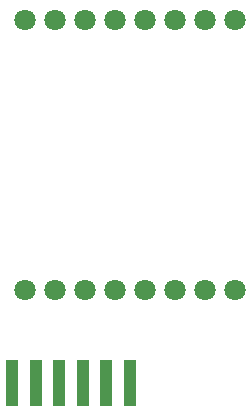
<source format=gbr>
%TF.GenerationSoftware,KiCad,Pcbnew,5.1.10-88a1d61d58~90~ubuntu20.04.1*%
%TF.CreationDate,2021-11-13T21:20:41-05:00*%
%TF.ProjectId,d1shield,64317368-6965-46c6-942e-6b696361645f,rev?*%
%TF.SameCoordinates,Original*%
%TF.FileFunction,Soldermask,Bot*%
%TF.FilePolarity,Negative*%
%FSLAX46Y46*%
G04 Gerber Fmt 4.6, Leading zero omitted, Abs format (unit mm)*
G04 Created by KiCad (PCBNEW 5.1.10-88a1d61d58~90~ubuntu20.04.1) date 2021-11-13 21:20:41*
%MOMM*%
%LPD*%
G01*
G04 APERTURE LIST*
%ADD10C,1.800000*%
%ADD11R,1.000000X4.000000*%
G04 APERTURE END LIST*
D10*
%TO.C,U1*%
X118110000Y-97270000D03*
X118110000Y-120130000D03*
X120650000Y-97270000D03*
X120650000Y-120130000D03*
X123190000Y-97270000D03*
X123190000Y-120130000D03*
X125730000Y-97270000D03*
X125730000Y-120130000D03*
X128270000Y-97270000D03*
X128270000Y-120130000D03*
X130810000Y-97270000D03*
X130810000Y-120130000D03*
X133350000Y-97270000D03*
X133350000Y-120130000D03*
X135890000Y-97270000D03*
X135890000Y-120130000D03*
%TD*%
D11*
%TO.C,J1*%
X117000000Y-128000000D03*
X127000000Y-128000000D03*
X125000000Y-128000000D03*
X123000000Y-128000000D03*
X119000000Y-128000000D03*
X121000000Y-128000000D03*
%TD*%
M02*

</source>
